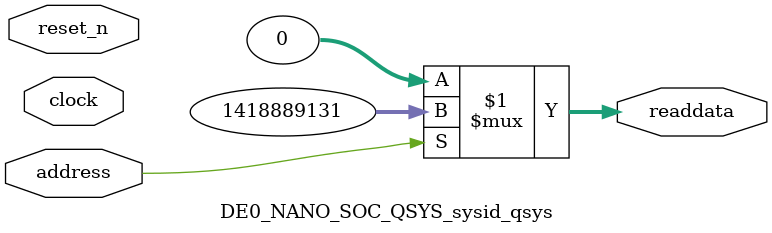
<source format=v>
module DE0_NANO_SOC_QSYS_sysid_qsys (
                address,
                clock,
                reset_n,
                readdata
             )
;
  output  [ 31: 0] readdata;
  input            address;
  input            clock;
  input            reset_n;
  wire    [ 31: 0] readdata;
  assign readdata = address ? 1418889131 : 0;
endmodule
</source>
